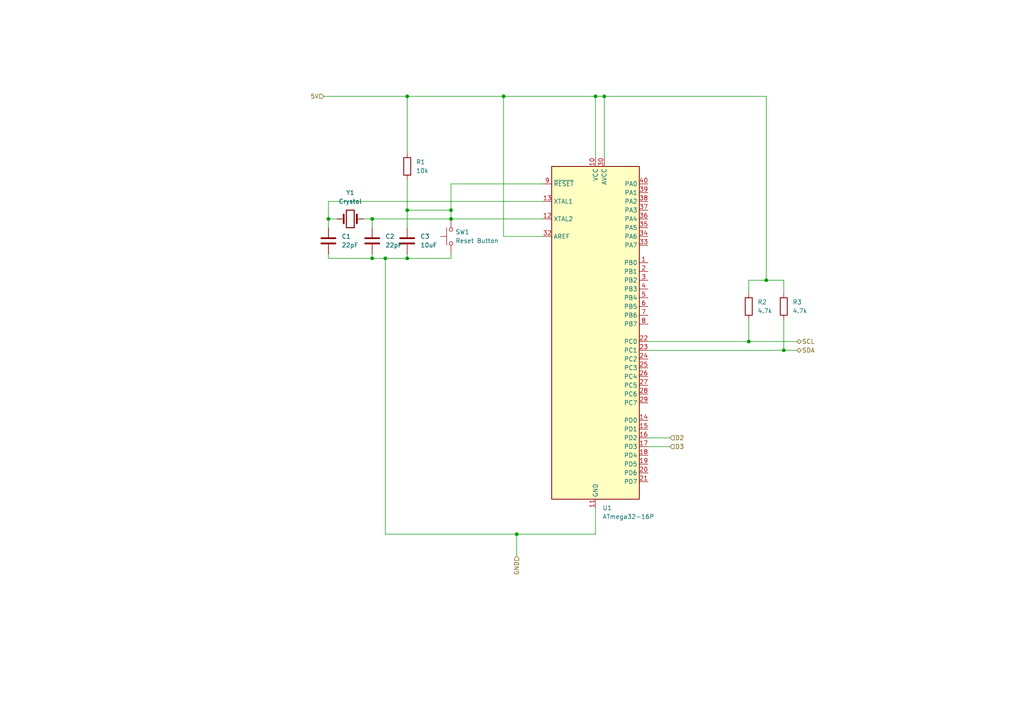
<source format=kicad_sch>
(kicad_sch (version 20211123) (generator eeschema)
  (paper "A4")
  (lib_symbols
    (symbol "Device:C" (pin_numbers hide) (pin_names (offset 0.254))
      (property "Reference" "C" (at 0.635 2.54 0))
      (property "Value" "C" (at 0.635 -2.54 0))
      (symbol "C_0_1"
        (polyline (pts (xy -2.032 -0.762) (xy 2.032 -0.762)) (stroke (width 0.508)))
        (polyline (pts (xy -2.032 0.762) (xy 2.032 0.762)) (stroke (width 0.508)))
      )
      (symbol "C_1_1"
        (pin passive line (at 0 3.81 270) (length 2.794) (name "~") (number "1"))
        (pin passive line (at 0 -3.81 90) (length 2.794) (name "~") (number "2"))
      )
    )
    (symbol "Device:Crystal" (pin_numbers hide) (pin_names (offset 1.016) hide)
      (property "Reference" "Y" (at 0 3.81 0))
      (property "Value" "Crystal" (at 0 -3.81 0))
      (symbol "Crystal_0_1"
        (rectangle (start -1.143 2.54) (end 1.143 -2.54) (stroke (width 0.3048)))
        (polyline (pts (xy -2.54 0) (xy -1.905 0)))
        (polyline (pts (xy -1.905 -1.27) (xy -1.905 1.27)) (stroke (width 0.508)))
        (polyline (pts (xy 1.905 -1.27) (xy 1.905 1.27)) (stroke (width 0.508)))
        (polyline (pts (xy 2.54 0) (xy 1.905 0)))
      )
      (symbol "Crystal_1_1"
        (pin passive line (at -3.81 0 0) (length 1.27) (name "1") (number "1"))
        (pin passive line (at 3.81 0 180) (length 1.27) (name "2") (number "2"))
      )
    )
    (symbol "Device:R" (pin_numbers hide) (pin_names (offset 0))
      (property "Reference" "R" (at 2.032 0 90))
      (property "Value" "R" (at 0 0 90))
      (symbol "R_0_1"
        (rectangle (start -1.016 -2.54) (end 1.016 2.54) (stroke (width 0.254)))
      )
      (symbol "R_1_1"
        (pin passive line (at 0 3.81 270) (length 1.27) (name "~") (number "1"))
        (pin passive line (at 0 -3.81 90) (length 1.27) (name "~") (number "2"))
      )
    )
    (symbol "MCU_Microchip_ATmega:ATmega32-16P"
      (property "Reference" "U" (at -12.7 49.53 0))
      (property "Value" "ATmega32-16P" (at 2.54 -49.53 0))
      (symbol "ATmega32-16P_0_1"
        (rectangle (start -12.7 -48.26) (end 12.7 48.26) (stroke (width 0.254)) (fill (type background)))
      )
      (symbol "ATmega32-16P_1_1"
        (pin bidirectional line (at 15.24 20.32 180) (length 2.54) (name "PB0") (number "1"))
        (pin power_in line (at 0 50.8 270) (length 2.54) (name "VCC") (number "10"))
        (pin power_in line (at 0 -50.8 90) (length 2.54) (name "GND") (number "11"))
        (pin output line (at -15.24 33.02 0) (length 2.54) (name "XTAL2") (number "12"))
        (pin input line (at -15.24 38.1 0) (length 2.54) (name "XTAL1") (number "13"))
        (pin bidirectional line (at 15.24 -25.4 180) (length 2.54) (name "PD0") (number "14"))
        (pin bidirectional line (at 15.24 -27.94 180) (length 2.54) (name "PD1") (number "15"))
        (pin bidirectional line (at 15.24 -30.48 180) (length 2.54) (name "PD2") (number "16"))
        (pin bidirectional line (at 15.24 -33.02 180) (length 2.54) (name "PD3") (number "17"))
        (pin bidirectional line (at 15.24 -35.56 180) (length 2.54) (name "PD4") (number "18"))
        (pin bidirectional line (at 15.24 -38.1 180) (length 2.54) (name "PD5") (number "19"))
        (pin bidirectional line (at 15.24 17.78 180) (length 2.54) (name "PB1") (number "2"))
        (pin bidirectional line (at 15.24 -40.64 180) (length 2.54) (name "PD6") (number "20"))
        (pin bidirectional line (at 15.24 -43.18 180) (length 2.54) (name "PD7") (number "21"))
        (pin bidirectional line (at 15.24 -2.54 180) (length 2.54) (name "PC0") (number "22"))
        (pin bidirectional line (at 15.24 -5.08 180) (length 2.54) (name "PC1") (number "23"))
        (pin bidirectional line (at 15.24 -7.62 180) (length 2.54) (name "PC2") (number "24"))
        (pin bidirectional line (at 15.24 -10.16 180) (length 2.54) (name "PC3") (number "25"))
        (pin bidirectional line (at 15.24 -12.7 180) (length 2.54) (name "PC4") (number "26"))
        (pin bidirectional line (at 15.24 -15.24 180) (length 2.54) (name "PC5") (number "27"))
        (pin bidirectional line (at 15.24 -17.78 180) (length 2.54) (name "PC6") (number "28"))
        (pin bidirectional line (at 15.24 -20.32 180) (length 2.54) (name "PC7") (number "29"))
        (pin bidirectional line (at 15.24 15.24 180) (length 2.54) (name "PB2") (number "3"))
        (pin power_in line (at 2.54 50.8 270) (length 2.54) (name "AVCC") (number "30"))
        (pin passive line (at 0 -50.8 90) (length 2.54) hide (name "GND") (number "31"))
        (pin passive line (at -15.24 27.94 0) (length 2.54) (name "AREF") (number "32"))
        (pin bidirectional line (at 15.24 25.4 180) (length 2.54) (name "PA7") (number "33"))
        (pin bidirectional line (at 15.24 27.94 180) (length 2.54) (name "PA6") (number "34"))
        (pin bidirectional line (at 15.24 30.48 180) (length 2.54) (name "PA5") (number "35"))
        (pin bidirectional line (at 15.24 33.02 180) (length 2.54) (name "PA4") (number "36"))
        (pin bidirectional line (at 15.24 35.56 180) (length 2.54) (name "PA3") (number "37"))
        (pin bidirectional line (at 15.24 38.1 180) (length 2.54) (name "PA2") (number "38"))
        (pin bidirectional line (at 15.24 40.64 180) (length 2.54) (name "PA1") (number "39"))
        (pin bidirectional line (at 15.24 12.7 180) (length 2.54) (name "PB3") (number "4"))
        (pin bidirectional line (at 15.24 43.18 180) (length 2.54) (name "PA0") (number "40"))
        (pin bidirectional line (at 15.24 10.16 180) (length 2.54) (name "PB4") (number "5"))
        (pin bidirectional line (at 15.24 7.62 180) (length 2.54) (name "PB5") (number "6"))
        (pin bidirectional line (at 15.24 5.08 180) (length 2.54) (name "PB6") (number "7"))
        (pin bidirectional line (at 15.24 2.54 180) (length 2.54) (name "PB7") (number "8"))
        (pin input line (at -15.24 43.18 0) (length 2.54) (name "~{RESET}") (number "9"))
      )
    )
    (symbol "Switch:SW_MEC_5G" (pin_numbers hide) (pin_names (offset 1.016) hide)
      (property "Reference" "SW" (at 1.27 2.54 0))
      (property "Value" "SW_MEC_5G" (at 0 -1.524 0))
      (symbol "SW_MEC_5G_0_1"
        (circle (center -2.032 0) (radius 0.508))
        (polyline (pts (xy 0 1.27) (xy 0 3.048)))
        (polyline (pts (xy 2.54 1.27) (xy -2.54 1.27)))
        (circle (center 2.032 0) (radius 0.508))
        (pin passive line (at -5.08 0 0) (length 2.54) (name "A") (number "1"))
        (pin passive line (at 5.08 0 180) (length 2.54) (name "B") (number "3"))
      )
      (symbol "SW_MEC_5G_1_1"
        (pin passive line (at -5.08 0 0) (length 2.54) hide (name "A") (number "2"))
        (pin passive line (at 5.08 0 180) (length 2.54) hide (name "B") (number "4"))
      )
    )
  )
  (junction (at 107.95 74.93))
  (junction (at 175.26 27.94))
  (junction (at 149.86 154.94))
  (junction (at 227.33 101.6))
  (junction (at 130.81 63.5))
  (junction (at 107.95 63.5))
  (junction (at 118.11 27.94))
  (junction (at 217.17 99.06))
  (junction (at 146.05 27.94))
  (junction (at 130.81 60.96))
  (junction (at 172.72 27.94))
  (junction (at 118.11 60.96))
  (junction (at 95.25 63.5))
  (junction (at 118.11 74.93))
  (junction (at 222.25 81.28))
  (junction (at 111.76 74.93))
  (wire (pts (xy 118.11 27.94) (xy 146.05 27.94)))
  (wire (pts (xy 222.25 81.28) (xy 227.33 81.28)))
  (wire (pts (xy 187.96 99.06) (xy 217.17 99.06)))
  (wire (pts (xy 95.25 63.5) (xy 97.79 63.5)))
  (wire (pts (xy 146.05 68.58) (xy 146.05 27.94)))
  (wire (pts (xy 217.17 81.28) (xy 217.17 85.09)))
  (wire (pts (xy 107.95 74.93) (xy 111.76 74.93)))
  (wire (pts (xy 175.26 27.94) (xy 175.26 45.72)))
  (wire (pts (xy 227.33 81.28) (xy 227.33 85.09)))
  (wire (pts (xy 93.98 27.94) (xy 118.11 27.94)))
  (wire (pts (xy 118.11 74.93) (xy 130.81 74.93)))
  (wire (pts (xy 130.81 74.93) (xy 130.81 73.66)))
  (wire (pts (xy 111.76 74.93) (xy 111.76 154.94)))
  (wire (pts (xy 118.11 27.94) (xy 118.11 44.45)))
  (wire (pts (xy 172.72 27.94) (xy 172.72 45.72)))
  (wire (pts (xy 187.96 101.6) (xy 227.33 101.6)))
  (wire (pts (xy 107.95 63.5) (xy 107.95 66.04)))
  (wire (pts (xy 130.81 53.34) (xy 130.81 60.96)))
  (wire (pts (xy 130.81 63.5) (xy 130.81 60.96)))
  (wire (pts (xy 118.11 73.66) (xy 118.11 74.93)))
  (wire (pts (xy 107.95 63.5) (xy 130.81 63.5)))
  (wire (pts (xy 187.96 129.54) (xy 194.31 129.54)))
  (wire (pts (xy 222.25 27.94) (xy 222.25 81.28)))
  (wire (pts (xy 118.11 52.07) (xy 118.11 60.96)))
  (wire (pts (xy 95.25 58.42) (xy 157.48 58.42)))
  (wire (pts (xy 157.48 53.34) (xy 130.81 53.34)))
  (wire (pts (xy 222.25 81.28) (xy 217.17 81.28)))
  (wire (pts (xy 157.48 68.58) (xy 146.05 68.58)))
  (wire (pts (xy 187.96 127) (xy 194.31 127)))
  (wire (pts (xy 172.72 27.94) (xy 175.26 27.94)))
  (wire (pts (xy 149.86 154.94) (xy 172.72 154.94)))
  (wire (pts (xy 172.72 154.94) (xy 172.72 147.32)))
  (wire (pts (xy 227.33 101.6) (xy 231.14 101.6)))
  (wire (pts (xy 217.17 92.71) (xy 217.17 99.06)))
  (wire (pts (xy 146.05 27.94) (xy 172.72 27.94)))
  (wire (pts (xy 149.86 154.94) (xy 149.86 161.29)))
  (wire (pts (xy 118.11 60.96) (xy 130.81 60.96)))
  (wire (pts (xy 227.33 92.71) (xy 227.33 101.6)))
  (wire (pts (xy 95.25 58.42) (xy 95.25 63.5)))
  (wire (pts (xy 95.25 66.04) (xy 95.25 63.5)))
  (wire (pts (xy 175.26 27.94) (xy 222.25 27.94)))
  (wire (pts (xy 95.25 74.93) (xy 95.25 73.66)))
  (wire (pts (xy 118.11 60.96) (xy 118.11 66.04)))
  (wire (pts (xy 105.41 63.5) (xy 107.95 63.5)))
  (wire (pts (xy 111.76 74.93) (xy 118.11 74.93)))
  (wire (pts (xy 217.17 99.06) (xy 231.14 99.06)))
  (wire (pts (xy 107.95 73.66) (xy 107.95 74.93)))
  (wire (pts (xy 95.25 74.93) (xy 107.95 74.93)))
  (wire (pts (xy 111.76 154.94) (xy 149.86 154.94)))
  (wire (pts (xy 130.81 63.5) (xy 157.48 63.5)))
  (hierarchical_label "D2" (shape input) (at 194.31 127 0))
  (hierarchical_label "SDA" (shape bidirectional) (at 231.14 101.6 0))
  (hierarchical_label "GND" (shape input) (at 149.86 161.29 270))
  (hierarchical_label "5V" (shape input) (at 93.98 27.94 180))
  (hierarchical_label "D3" (shape input) (at 194.31 129.54 0))
  (hierarchical_label "SCL" (shape bidirectional) (at 231.14 99.06 0))
  (symbol (lib_id "Device:C") (at 107.95 69.85 0) (unit 1)
    (property "Reference" "C2" (at 111.76 68.5799 0) (effects (justify left)))
    (property "Value" "22pF" (at 111.76 71.1199 0) (effects (justify left)))
    (property "Footprint" "Capacitor_THT:C_Disc_D4.3mm_W1.9mm_P5.00mm" (effects hide))
  )
  (symbol (lib_id "Device:C") (at 95.25 69.85 0) (unit 1)
    (property "Reference" "C1" (at 99.06 68.5799 0) (effects (justify left)))
    (property "Value" "22pF" (at 99.06 71.1199 0) (effects (justify left)))
    (property "Footprint" "Capacitor_THT:C_Disc_D4.3mm_W1.9mm_P5.00mm" (effects hide))
  )
  (symbol (lib_id "MCU_Microchip_ATmega:ATmega32-16P") (at 172.72 96.52 0) (unit 1)
    (property "Reference" "U1" (at 174.7394 147.32 0) (effects (justify left)))
    (property "Value" "ATmega32-16P" (at 174.7394 149.86 0) (effects (justify left)))
    (property "Footprint" "Package_DIP:DIP-40_W15.24mm" (effects hide))
    (property "Datasheet" "http://ww1.microchip.com/downloads/en/DeviceDoc/doc2503.pdf" (effects hide))
  )
  (symbol (lib_id "Device:R") (at 118.11 48.26 0) (unit 1)
    (property "Reference" "R1" (at 120.65 46.9899 0) (effects (justify left)))
    (property "Value" "10k" (at 120.65 49.5299 0) (effects (justify left)))
    (property "Footprint" "Resistor_THT:R_Axial_DIN0411_L9.9mm_D3.6mm_P15.24mm_Horizontal" (effects hide))
  )
  (symbol (lib_id "Device:R") (at 217.17 88.9 0) (unit 1)
    (property "Reference" "R2" (at 219.71 87.6299 0) (effects (justify left)))
    (property "Value" "4.7k" (at 219.71 90.1699 0) (effects (justify left)))
    (property "Footprint" "Resistor_THT:R_Axial_DIN0411_L9.9mm_D3.6mm_P15.24mm_Horizontal" (effects hide))
  )
  (symbol (lib_id "Device:R") (at 227.33 88.9 0) (unit 1)
    (property "Reference" "R3" (at 229.87 87.6299 0) (effects (justify left)))
    (property "Value" "4.7k" (at 229.87 90.1699 0) (effects (justify left)))
    (property "Footprint" "Resistor_THT:R_Axial_DIN0411_L9.9mm_D3.6mm_P15.24mm_Horizontal" (effects hide))
  )
  (symbol (lib_id "Device:Crystal") (at 101.6 63.5 0) (unit 1)
    (property "Reference" "Y1" (at 101.6 55.88 0))
    (property "Value" "Crystal" (at 101.6 58.42 0))
    (property "Footprint" "Crystal:Crystal_HC18-U_Vertical" (effects hide))
  )
  (symbol (lib_id "Switch:SW_MEC_5G") (at 130.81 68.58 90) (unit 1)
    (property "Reference" "SW1" (at 132.08 67.3099 90) (effects (justify right)))
    (property "Value" "Reset Button" (at 132.08 69.8499 90) (effects (justify right)))
    (property "Footprint" "Button_Switch_SMD:SW_MEC_5GSH9" (effects hide))
    (property "Datasheet" "http://www.apem.com/int/index.php?controller=attachment&id_attachment=488" (effects hide))
  )
  (symbol (lib_id "Device:C") (at 118.11 69.85 0) (unit 1)
    (property "Reference" "C3" (at 121.92 68.5799 0) (effects (justify left)))
    (property "Value" "10uF" (at 121.92 71.1199 0) (effects (justify left)))
    (property "Footprint" "Capacitor_THT:C_Disc_D4.3mm_W1.9mm_P5.00mm" (effects hide))
  )
)
</source>
